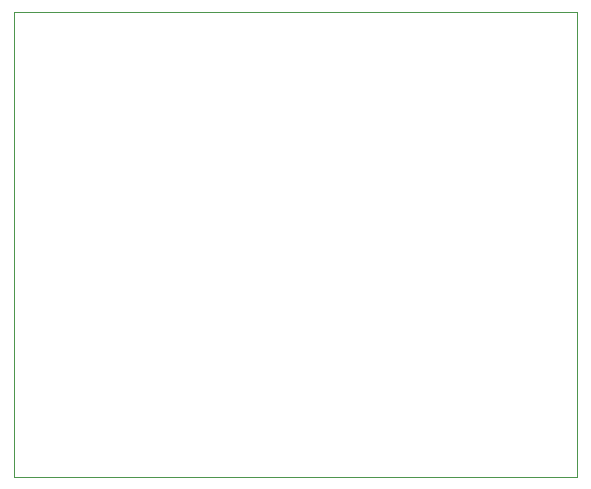
<source format=gbr>
%TF.GenerationSoftware,KiCad,Pcbnew,(5.1.9)-1*%
%TF.CreationDate,2022-01-25T19:09:40-05:00*%
%TF.ProjectId,gimbal,67696d62-616c-42e6-9b69-6361645f7063,rev?*%
%TF.SameCoordinates,Original*%
%TF.FileFunction,Profile,NP*%
%FSLAX46Y46*%
G04 Gerber Fmt 4.6, Leading zero omitted, Abs format (unit mm)*
G04 Created by KiCad (PCBNEW (5.1.9)-1) date 2022-01-25 19:09:40*
%MOMM*%
%LPD*%
G01*
G04 APERTURE LIST*
%TA.AperFunction,Profile*%
%ADD10C,0.050000*%
%TD*%
G04 APERTURE END LIST*
D10*
X173355000Y-74930000D02*
X125730000Y-74930000D01*
X173355000Y-114300000D02*
X173355000Y-74930000D01*
X125730000Y-114300000D02*
X173355000Y-114300000D01*
X125730000Y-74930000D02*
X125730000Y-114300000D01*
M02*

</source>
